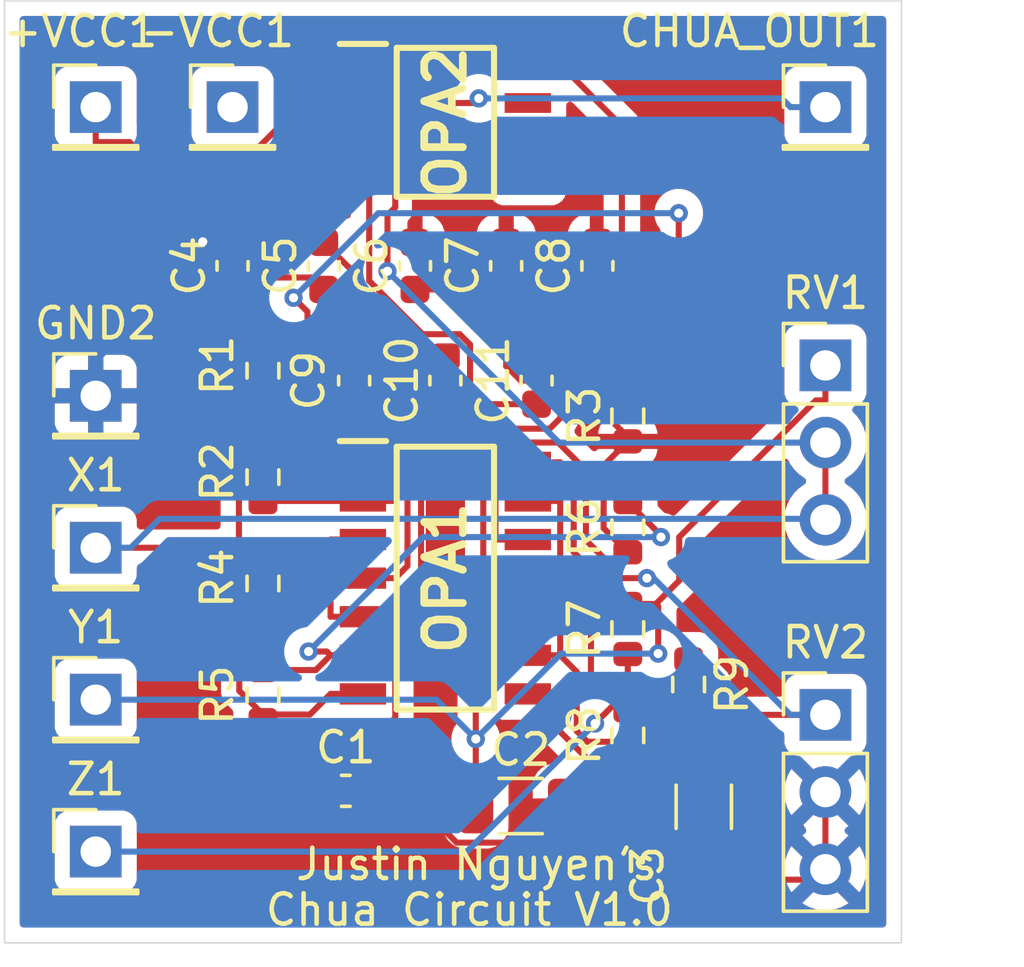
<source format=kicad_pcb>
(kicad_pcb (version 20241229) (generator "pcbnew") (generator_version "9.0")
  (layers (0 "F.Cu" signal) (2 "B.Cu" signal) (13 "F.Paste" user) (15 "B.Paste" user) (5 "F.SilkS" user "F.Silkscreen") (7 "B.SilkS" user "B.Silkscreen") (1 "F.Mask" user) (3 "B.Mask" user) (25 "Edge.Cuts" user))
  (net 0 "")
  (net 1 "Net-(OPA1A--)")
  (net 2 "GND")
  (net 3 "Net-(C3-Pad1)")
  (net 4 "VCC")
  (net 5 "Net-(OPA1-Pad7)")
  (net 6 "Net-(OPA1-Pad1)")
  (net 7 "Net-(OPA1-Pad14)")
  (net 8 "Net-(OPA1A-+)")
  (net 9 "Net-(OPA1D-+)")
  (net 10 "Net-(OPA1C--)")
  (net 11 "Net-(OPA1B--)")
  (net 12 "Net-(OPA1C-+)")
  (net 13 "Net-(-VCC1-Pin_1)")
  (net 14 "Net-(OPA2C-V-)")
  (net 15 "Net-(CHUA_OUT1-Pin_1)")
  (footprint "Capacitor_SMD:C_0603_1608Metric" (layer "F.Cu") (at 140 97.725 90)
    (property "Reference" "C7" (at 0 -1.43 90) (layer "F.SilkS"))
    (property "Value" "0.01u")
    (fp_line (start -0.14058 -0.51) (end 0.14058 -0.51) (stroke (width 0.12)) (layer "F.SilkS"))
    (fp_line (start -0.14058 0.51) (end 0.14058 0.51) (stroke (width 0.12)) (layer "F.SilkS"))
    (pad "1" smd roundrect (at -0.775 0 90) (size 0.9 0.95) (layers "F.Cu" "F.Mask" "F.Paste") (net 13 "Net-(-VCC1-Pin_1)"))
    (pad "2" smd roundrect (at 0.775 0 90) (size 0.9 0.95) (layers "F.Cu" "F.Mask" "F.Paste") (net 2 "GND"))
  )
  (footprint "Connector_PinHeader_2.54mm:PinHeader_1x01_P2.54mm_Vertical" (layer "F.Cu") (at 150.5 92.5)
    (property "Reference" "CHUA_OUT1" (at -2.5 -2.5 0) (layer "F.SilkS"))
    (property "Value" "Male_Header_1x1")
    (fp_line (start -1.38 -1.38) (end 0 -1.38) (stroke (width 0.12)) (layer "F.SilkS"))
    (fp_line (start -1.38 0) (end -1.38 -1.38) (stroke (width 0.12)) (layer "F.SilkS"))
    (fp_line (start -1.38 1.27) (end -1.38 1.38) (stroke (width 0.12)) (layer "F.SilkS"))
    (fp_line (start -1.38 1.27) (end 1.38 1.27) (stroke (width 0.12)) (layer "F.SilkS"))
    (fp_line (start -1.38 1.38) (end 1.38 1.38) (stroke (width 0.12)) (layer "F.SilkS"))
    (fp_line (start 1.38 1.27) (end 1.38 1.38) (stroke (width 0.12)) (layer "F.SilkS"))
    (pad "1" thru_hole rect (at 0 0) (size 1.7 1.7) (drill 1) (layers "*.Cu" "*.Mask") (net 15 "Net-(CHUA_OUT1-Pin_1)"))
  )
  (footprint "Resistor_SMD:R_0603_1608Metric" (layer "F.Cu") (at 132 111.85 -90)
    (property "Reference" "R5" (at 0 1.5 90) (layer "F.SilkS"))
    (property "Value" "22K")
    (fp_line (start -0.237258 0.5225) (end 0.237258 0.5225) (stroke (width 0.12)) (layer "F.SilkS"))
    (fp_line (start -0.237258 -0.5225) (end 0.237258 -0.5225) (stroke (width 0.12)) (layer "F.SilkS"))
    (pad "1" smd roundrect (at -0.825 0 270) (size 0.8 0.95) (layers "F.Cu" "F.Mask" "F.Paste") (net 11 "Net-(OPA1B--)"))
    (pad "2" smd roundrect (at 0.825 0 270) (size 0.8 0.95) (layers "F.Cu" "F.Mask" "F.Paste") (net 5 "Net-(OPA1-Pad7)"))
  )
  (footprint "Resistor_SMD:R_0603_1608Metric" (layer "F.Cu") (at 132 108.175 -90)
    (property "Reference" "R4" (at -0.175 1.5 90) (layer "F.SilkS"))
    (property "Value" "22K")
    (fp_line (start -0.237258 0.5225) (end 0.237258 0.5225) (stroke (width 0.12)) (layer "F.SilkS"))
    (fp_line (start -0.237258 -0.5225) (end 0.237258 -0.5225) (stroke (width 0.12)) (layer "F.SilkS"))
    (pad "1" smd roundrect (at -0.825 0 270) (size 0.8 0.95) (layers "F.Cu" "F.Mask" "F.Paste") (net 8 "Net-(OPA1A-+)"))
    (pad "2" smd roundrect (at 0.825 0 270) (size 0.8 0.95) (layers "F.Cu" "F.Mask" "F.Paste") (net 5 "Net-(OPA1-Pad7)"))
  )
  (footprint "SamacSys_Parts:SOIC127P600X175-8N" (layer "F.Cu") (at 138 93)
    (property "Reference" "OPA2" (at 0 0 90) (layer "F.SilkS") (effects (font (size 1.27 1.27) (thickness 0.254))))
    (property "Value" "TL082" (hide yes))
    (fp_line (start -3.475 -2.58) (end -1.95 -2.58) (stroke (width 0.2)) (layer "F.SilkS"))
    (fp_line (start -1.6 -2.45) (end 1.6 -2.45) (stroke (width 0.2)) (layer "F.SilkS"))
    (fp_line (start -1.6 2.45) (end -1.6 -2.45) (stroke (width 0.2)) (layer "F.SilkS"))
    (fp_line (start 1.6 -2.45) (end 1.6 2.45) (stroke (width 0.2)) (layer "F.SilkS"))
    (fp_line (start 1.6 2.45) (end -1.6 2.45) (stroke (width 0.2)) (layer "F.SilkS"))
    (pad "1" smd rect (at -2.712 -1.905 90) (size 0.65 1.525) (layers "F.Cu" "F.Mask" "F.Paste") (net 15 "Net-(CHUA_OUT1-Pin_1)"))
    (pad "2" smd rect (at -2.712 -0.635 90) (size 0.65 1.525) (layers "F.Cu" "F.Mask" "F.Paste") (net 15 "Net-(CHUA_OUT1-Pin_1)"))
    (pad "3" smd rect (at -2.712 0.635 90) (size 0.65 1.525) (layers "F.Cu" "F.Mask" "F.Paste") (net 8 "Net-(OPA1A-+)"))
    (pad "4" smd rect (at -2.712 1.905 90) (size 0.65 1.525) (layers "F.Cu" "F.Mask" "F.Paste") (net 14 "Net-(OPA2C-V-)"))
    (pad "5" smd rect (at 2.712 1.905 90) (size 0.65 1.525) (layers "F.Cu" "F.Mask" "F.Paste"))
    (pad "6" smd rect (at 2.712 0.635 90) (size 0.65 1.525) (layers "F.Cu" "F.Mask" "F.Paste"))
    (pad "7" smd rect (at 2.712 -0.635 90) (size 0.65 1.525) (layers "F.Cu" "F.Mask" "F.Paste"))
    (pad "8" smd rect (at 2.712 -1.905 90) (size 0.65 1.525) (layers "F.Cu" "F.Mask" "F.Paste") (net 4 "VCC"))
  )
  (footprint "Capacitor_SMD:C_0603_1608Metric" (layer "F.Cu") (at 134 97.725 90)
    (property "Reference" "C5" (at 0 -1.43 90) (layer "F.SilkS"))
    (property "Value" "0.1u")
    (fp_line (start -0.14058 -0.51) (end 0.14058 -0.51) (stroke (width 0.12)) (layer "F.SilkS"))
    (fp_line (start -0.14058 0.51) (end 0.14058 0.51) (stroke (width 0.12)) (layer "F.SilkS"))
    (pad "1" smd roundrect (at -0.775 0 90) (size 0.9 0.95) (layers "F.Cu" "F.Mask" "F.Paste") (net 4 "VCC"))
    (pad "2" smd roundrect (at 0.775 0 90) (size 0.9 0.95) (layers "F.Cu" "F.Mask" "F.Paste") (net 2 "GND"))
  )
  (footprint "Resistor_SMD:R_0603_1608Metric" (layer "F.Cu") (at 144 106.325 90)
    (property "Reference" "R6" (at 0 -1.43 90) (layer "F.SilkS"))
    (property "Value" "3.3K")
    (fp_line (start -0.237258 -0.5225) (end 0.237258 -0.5225) (stroke (width 0.12)) (layer "F.SilkS"))
    (fp_line (start -0.237258 0.5225) (end 0.237258 0.5225) (stroke (width 0.12)) (layer "F.SilkS"))
    (pad "1" smd roundrect (at -0.825 0 90) (size 0.8 0.95) (layers "F.Cu" "F.Mask" "F.Paste") (net 2 "GND"))
    (pad "2" smd roundrect (at 0.825 0 90) (size 0.8 0.95) (layers "F.Cu" "F.Mask" "F.Paste") (net 11 "Net-(OPA1B--)"))
  )
  (footprint "SamacSys_Parts:SOIC127P600X175-14N" (layer "F.Cu") (at 138 108)
    (property "Reference" "OPA1" (at 0 0 90) (layer "F.SilkS") (effects (font (size 1.27 1.27) (thickness 0.254))))
    (property "Value" "TL084" (hide yes))
    (fp_line (start -3.475 -4.51) (end -1.95 -4.51) (stroke (width 0.2)) (layer "F.SilkS"))
    (fp_line (start -1.6 -4.325) (end 1.6 -4.325) (stroke (width 0.2)) (layer "F.SilkS"))
    (fp_line (start -1.6 4.325) (end -1.6 -4.325) (stroke (width 0.2)) (layer "F.SilkS"))
    (fp_line (start 1.6 -4.325) (end 1.6 4.325) (stroke (width 0.2)) (layer "F.SilkS"))
    (fp_line (start 1.6 4.325) (end -1.6 4.325) (stroke (width 0.2)) (layer "F.SilkS"))
    (pad "1" smd rect (at -2.712 -3.81 90) (size 0.7 1.525) (layers "F.Cu" "F.Mask" "F.Paste") (net 6 "Net-(OPA1-Pad1)"))
    (pad "2" smd rect (at -2.712 -2.54 90) (size 0.7 1.525) (layers "F.Cu" "F.Mask" "F.Paste") (net 1 "Net-(OPA1A--)"))
    (pad "3" smd rect (at -2.712 -1.27 90) (size 0.7 1.525) (layers "F.Cu" "F.Mask" "F.Paste") (net 8 "Net-(OPA1A-+)"))
    (pad "4" smd rect (at -2.712 0 90) (size 0.7 1.525) (layers "F.Cu" "F.Mask" "F.Paste") (net 4 "VCC"))
    (pad "5" smd rect (at -2.712 1.27 90) (size 0.7 1.525) (layers "F.Cu" "F.Mask" "F.Paste") (net 8 "Net-(OPA1A-+)"))
    (pad "6" smd rect (at -2.712 2.54 90) (size 0.7 1.525) (layers "F.Cu" "F.Mask" "F.Paste") (net 11 "Net-(OPA1B--)"))
    (pad "7" smd rect (at -2.712 3.81 90) (size 0.7 1.525) (layers "F.Cu" "F.Mask" "F.Paste") (net 5 "Net-(OPA1-Pad7)"))
    (pad "8" smd rect (at 2.712 3.81 90) (size 0.7 1.525) (layers "F.Cu" "F.Mask" "F.Paste") (net 3 "Net-(C3-Pad1)"))
    (pad "9" smd rect (at 2.712 2.54 90) (size 0.7 1.525) (layers "F.Cu" "F.Mask" "F.Paste") (net 10 "Net-(OPA1C--)"))
    (pad "10" smd rect (at 2.712 1.27 90) (size 0.7 1.525) (layers "F.Cu" "F.Mask" "F.Paste") (net 12 "Net-(OPA1C-+)"))
    (pad "11" smd rect (at 2.712 0 90) (size 0.7 1.525) (layers "F.Cu" "F.Mask" "F.Paste") (net 13 "Net-(-VCC1-Pin_1)"))
    (pad "12" smd rect (at 2.712 -1.27 90) (size 0.7 1.525) (layers "F.Cu" "F.Mask" "F.Paste") (net 9 "Net-(OPA1D-+)"))
    (pad "13" smd rect (at 2.712 -2.54 90) (size 0.7 1.525) (layers "F.Cu" "F.Mask" "F.Paste") (net 10 "Net-(OPA1C--)"))
    (pad "14" smd rect (at 2.712 -3.81 90) (size 0.7 1.525) (layers "F.Cu" "F.Mask" "F.Paste") (net 7 "Net-(OPA1-Pad14)"))
  )
  (footprint "Capacitor_SMD:C_0603_1608Metric" (layer "F.Cu") (at 137 97.725 90)
    (property "Reference" "C6" (at 0 -1.43 90) (layer "F.SilkS"))
    (property "Value" "0.1u")
    (fp_line (start -0.14058 -0.51) (end 0.14058 -0.51) (stroke (width 0.12)) (layer "F.SilkS"))
    (fp_line (start -0.14058 0.51) (end 0.14058 0.51) (stroke (width 0.12)) (layer "F.SilkS"))
    (pad "1" smd roundrect (at -0.775 0 90) (size 0.9 0.95) (layers "F.Cu" "F.Mask" "F.Paste") (net 13 "Net-(-VCC1-Pin_1)"))
    (pad "2" smd roundrect (at 0.775 0 90) (size 0.9 0.95) (layers "F.Cu" "F.Mask" "F.Paste") (net 2 "GND"))
  )
  (footprint "Capacitor_SMD:C_1206_3216Metric" (layer "F.Cu") (at 140.475 115.5)
    (property "Reference" "C2" (at 0 -1.85 0) (layer "F.SilkS"))
    (property "Value" "100nF")
    (fp_line (start -0.711252 -0.91) (end 0.711252 -0.91) (stroke (width 0.12)) (layer "F.SilkS"))
    (fp_line (start -0.711252 0.91) (end 0.711252 0.91) (stroke (width 0.12)) (layer "F.SilkS"))
    (pad "1" smd roundrect (at -1.475 0) (size 1.15 1.8) (layers "F.Cu" "F.Mask" "F.Paste") (roundrect_rratio 0.217391) (net 12 "Net-(OPA1C-+)"))
    (pad "2" smd roundrect (at 1.475 0) (size 1.15 1.8) (layers "F.Cu" "F.Mask" "F.Paste") (roundrect_rratio 0.217391) (net 2 "GND"))
  )
  (footprint "Capacitor_SMD:C_0603_1608Metric" (layer "F.Cu") (at 141 101.5 90)
    (property "Reference" "C11" (at 0 -1.43 90) (layer "F.SilkS"))
    (property "Value" "0.01u")
    (fp_line (start -0.14058 -0.51) (end 0.14058 -0.51) (stroke (width 0.12)) (layer "F.SilkS"))
    (fp_line (start -0.14058 0.51) (end 0.14058 0.51) (stroke (width 0.12)) (layer "F.SilkS"))
    (pad "1" smd roundrect (at -0.775 0 90) (size 0.9 0.95) (layers "F.Cu" "F.Mask" "F.Paste") (net 14 "Net-(OPA2C-V-)"))
    (pad "2" smd roundrect (at 0.775 0 90) (size 0.9 0.95) (layers "F.Cu" "F.Mask" "F.Paste") (net 2 "GND"))
  )
  (footprint "Capacitor_SMD:C_0603_1608Metric" (layer "F.Cu") (at 138 101.5 90)
    (property "Reference" "C10" (at 0 -1.43 90) (layer "F.SilkS"))
    (property "Value" "0.1u")
    (fp_line (start -0.14058 -0.51) (end 0.14058 -0.51) (stroke (width 0.12)) (layer "F.SilkS"))
    (fp_line (start -0.14058 0.51) (end 0.14058 0.51) (stroke (width 0.12)) (layer "F.SilkS"))
    (pad "1" smd roundrect (at -0.775 0 90) (size 0.9 0.95) (layers "F.Cu" "F.Mask" "F.Paste") (net 14 "Net-(OPA2C-V-)"))
    (pad "2" smd roundrect (at 0.775 0 90) (size 0.9 0.95) (layers "F.Cu" "F.Mask" "F.Paste") (net 2 "GND"))
  )
  (footprint "Capacitor_SMD:C_0603_1608Metric" (layer "F.Cu") (at 135 101.5 90)
    (property "Reference" "C9" (at 0 -1.5 90) (layer "F.SilkS"))
    (property "Value" "0.01u")
    (fp_line (start -0.14058 -0.51) (end 0.14058 -0.51) (stroke (width 0.12)) (layer "F.SilkS"))
    (fp_line (start -0.14058 0.51) (end 0.14058 0.51) (stroke (width 0.12)) (layer "F.SilkS"))
    (pad "1" smd roundrect (at -0.775 0 90) (size 0.9 0.95) (layers "F.Cu" "F.Mask" "F.Paste") (net 4 "VCC"))
    (pad "2" smd roundrect (at 0.775 0 90) (size 0.9 0.95) (layers "F.Cu" "F.Mask" "F.Paste") (net 2 "GND"))
  )
  (footprint "Connector_PinHeader_2.54mm:PinHeader_1x01_P2.54mm_Vertical" (layer "F.Cu") (at 131 92.5)
    (property "Reference" "-VCC1" (at -0.5 -2.5 0) (layer "F.SilkS"))
    (property "Value" "J1")
    (fp_line (start -1.38 -1.38) (end 0 -1.38) (stroke (width 0.12)) (layer "F.SilkS"))
    (fp_line (start -1.38 0) (end -1.38 -1.38) (stroke (width 0.12)) (layer "F.SilkS"))
    (fp_line (start -1.38 1.27) (end -1.38 1.38) (stroke (width 0.12)) (layer "F.SilkS"))
    (fp_line (start -1.38 1.27) (end 1.38 1.27) (stroke (width 0.12)) (layer "F.SilkS"))
    (fp_line (start -1.38 1.38) (end 1.38 1.38) (stroke (width 0.12)) (layer "F.SilkS"))
    (fp_line (start 1.38 1.27) (end 1.38 1.38) (stroke (width 0.12)) (layer "F.SilkS"))
    (pad "1" thru_hole rect (at 0 0) (size 1.7 1.7) (drill 1) (layers "*.Cu" "*.Mask") (net 13 "Net-(-VCC1-Pin_1)"))
  )
  (footprint "Resistor_SMD:R_0603_1608Metric" (layer "F.Cu") (at 146 111.5 -90)
    (property "Reference" "R9" (at 0 -1.43 90) (layer "F.SilkS"))
    (property "Value" "1K")
    (fp_line (start -0.237258 0.5225) (end 0.237258 0.5225) (stroke (width 0.12)) (layer "F.SilkS"))
    (fp_line (start -0.237258 -0.5225) (end 0.237258 -0.5225) (stroke (width 0.12)) (layer "F.SilkS"))
    (pad "1" smd roundrect (at -0.825 0 270) (size 0.8 0.95) (layers "F.Cu" "F.Mask" "F.Paste") (net 3 "Net-(C3-Pad1)"))
    (pad "2" smd roundrect (at 0.825 0 270) (size 0.8 0.95) (layers "F.Cu" "F.Mask" "F.Paste") (net 10 "Net-(OPA1C--)"))
  )
  (footprint "Capacitor_SMD:C_0603_1608Metric" (layer "F.Cu") (at 131 97.725 90)
    (property "Reference" "C4" (at 0 -1.43 90) (layer "F.SilkS"))
    (property "Value" ".01u")
    (fp_line (start -0.14058 -0.51) (end 0.14058 -0.51) (stroke (width 0.12)) (layer "F.SilkS"))
    (fp_line (start -0.14058 0.51) (end 0.14058 0.51) (stroke (width 0.12)) (layer "F.SilkS"))
    (pad "1" smd roundrect (at -0.775 0 90) (size 0.9 0.95) (layers "F.Cu" "F.Mask" "F.Paste") (net 4 "VCC"))
    (pad "2" smd roundrect (at 0.775 0 90) (size 0.9 0.95) (layers "F.Cu" "F.Mask" "F.Paste") (net 2 "GND"))
  )
  (footprint "Connector_PinHeader_2.54mm:PinHeader_1x03_P2.54mm_Vertical" (layer "F.Cu") (at 150.5 101)
    (property "Reference" "RV1" (at 0 -2.38 0) (layer "F.SilkS"))
    (property "Value" "5K")
    (fp_line (start -1.38 -1.38) (end 0 -1.38) (stroke (width 0.12)) (layer "F.SilkS"))
    (fp_line (start -1.38 0) (end -1.38 -1.38) (stroke (width 0.12)) (layer "F.SilkS"))
    (fp_line (start -1.38 1.27) (end -1.38 6.46) (stroke (width 0.12)) (layer "F.SilkS"))
    (fp_line (start -1.38 1.27) (end 1.38 1.27) (stroke (width 0.12)) (layer "F.SilkS"))
    (fp_line (start -1.38 6.46) (end 1.38 6.46) (stroke (width 0.12)) (layer "F.SilkS"))
    (fp_line (start 1.38 1.27) (end 1.38 6.46) (stroke (width 0.12)) (layer "F.SilkS"))
    (pad "1" thru_hole rect (at 0 0) (size 1.7 1.7) (drill 1) (layers "*.Cu" "*.Mask") (net 12 "Net-(OPA1C-+)"))
    (pad "2" thru_hole circle (at 0 2.54) (size 1.7 1.7) (drill 1) (layers "*.Cu" "*.Mask") (net 8 "Net-(OPA1A-+)"))
    (pad "3" thru_hole circle (at 0 5.08) (size 1.7 1.7) (drill 1) (layers "*.Cu" "*.Mask") (net 8 "Net-(OPA1A-+)"))
  )
  (footprint "Capacitor_SMD:C_0603_1608Metric" (layer "F.Cu") (at 143 97.725 90)
    (property "Reference" "C8" (at 0 -1.43 90) (layer "F.SilkS"))
    (property "Value" "0.1u")
    (fp_line (start -0.14058 -0.51) (end 0.14058 -0.51) (stroke (width 0.12)) (layer "F.SilkS"))
    (fp_line (start -0.14058 0.51) (end 0.14058 0.51) (stroke (width 0.12)) (layer "F.SilkS"))
    (pad "1" smd roundrect (at -0.775 0 90) (size 0.9 0.95) (layers "F.Cu" "F.Mask" "F.Paste") (net 4 "VCC"))
    (pad "2" smd roundrect (at 0.775 0 90) (size 0.9 0.95) (layers "F.Cu" "F.Mask" "F.Paste") (net 2 "GND"))
  )
  (footprint "Connector_PinHeader_2.54mm:PinHeader_1x01_P2.54mm_Vertical" (layer "F.Cu") (at 126.5 112)
    (property "Reference" "Y1" (at 0 -2.38 0) (layer "F.SilkS"))
    (property "Value" "TP2")
    (fp_line (start -1.38 -1.38) (end 0 -1.38) (stroke (width 0.12)) (layer "F.SilkS"))
    (fp_line (start -1.38 0) (end -1.38 -1.38) (stroke (width 0.12)) (layer "F.SilkS"))
    (fp_line (start -1.38 1.27) (end -1.38 1.38) (stroke (width 0.12)) (layer "F.SilkS"))
    (fp_line (start -1.38 1.27) (end 1.38 1.27) (stroke (width 0.12)) (layer "F.SilkS"))
    (fp_line (start -1.38 1.38) (end 1.38 1.38) (stroke (width 0.12)) (layer "F.SilkS"))
    (fp_line (start 1.38 1.27) (end 1.38 1.38) (stroke (width 0.12)) (layer "F.SilkS"))
    (pad "1" thru_hole rect (at 0 0) (size 1.7 1.7) (drill 1) (layers "*.Cu" "*.Mask") (net 12 "Net-(OPA1C-+)"))
  )
  (footprint "Connector_PinHeader_2.54mm:PinHeader_1x01_P2.54mm_Vertical" (layer "F.Cu") (at 126.5 102)
    (property "Reference" "GND2" (at 0 -2.38 0) (layer "F.SilkS"))
    (property "Value" "TP4")
    (fp_line (start -1.38 -1.38) (end 0 -1.38) (stroke (width 0.12)) (layer "F.SilkS"))
    (fp_line (start -1.38 0) (end -1.38 -1.38) (stroke (width 0.12)) (layer "F.SilkS"))
    (fp_line (start -1.38 1.27) (end -1.38 1.38) (stroke (width 0.12)) (layer "F.SilkS"))
    (fp_line (start -1.38 1.27) (end 1.38 1.27) (stroke (width 0.12)) (layer "F.SilkS"))
    (fp_line (start -1.38 1.38) (end 1.38 1.38) (stroke (width 0.12)) (layer "F.SilkS"))
    (fp_line (start 1.38 1.27) (end 1.38 1.38) (stroke (width 0.12)) (layer "F.SilkS"))
    (pad "1" thru_hole rect (at 0 0) (size 1.7 1.7) (drill 1) (layers "*.Cu" "*.Mask") (net 2 "GND"))
  )
  (footprint "Capacitor_SMD:C_0603_1608Metric" (layer "F.Cu") (at 134.725 115)
    (property "Reference" "C1" (at 0 -1.43 0) (layer "F.SilkS"))
    (property "Value" "10nF")
    (fp_line (start -0.14058 -0.51) (end 0.14058 -0.51) (stroke (width 0.12)) (layer "F.SilkS"))
    (fp_line (start -0.14058 0.51) (end 0.14058 0.51) (stroke (width 0.12)) (layer "F.SilkS"))
    (pad "1" smd roundrect (at -0.775 0) (size 0.9 0.95) (layers "F.Cu" "F.Mask" "F.Paste") (net 8 "Net-(OPA1A-+)"))
    (pad "2" smd roundrect (at 0.775 0) (size 0.9 0.95) (layers "F.Cu" "F.Mask" "F.Paste") (net 2 "GND"))
  )
  (footprint "Resistor_SMD:R_0603_1608Metric" (layer "F.Cu") (at 144 109.675 90)
    (property "Reference" "R7" (at 0 -1.43 90) (layer "F.SilkS"))
    (property "Value" "100")
    (fp_line (start -0.237258 -0.5225) (end 0.237258 -0.5225) (stroke (width 0.12)) (layer "F.SilkS"))
    (fp_line (start -0.237258 0.5225) (end 0.237258 0.5225) (stroke (width 0.12)) (layer "F.SilkS"))
    (pad "1" smd roundrect (at -0.825 0 90) (size 0.8 0.95) (layers "F.Cu" "F.Mask" "F.Paste") (net 7 "Net-(OPA1-Pad14)"))
    (pad "2" smd roundrect (at 0.825 0 90) (size 0.8 0.95) (layers "F.Cu" "F.Mask" "F.Paste") (net 12 "Net-(OPA1C-+)"))
  )
  (footprint "Resistor_SMD:R_0603_1608Metric" (layer "F.Cu") (at 144 113.175 90)
    (property "Reference" "R8" (at 0 -1.43 90) (layer "F.SilkS"))
    (property "Value" "1K")
    (fp_line (start -0.237258 -0.5225) (end 0.237258 -0.5225) (stroke (width 0.12)) (layer "F.SilkS"))
    (fp_line (start -0.237258 0.5225) (end 0.237258 0.5225) (stroke (width 0.12)) (layer "F.SilkS"))
    (pad "1" smd roundrect (at -0.825 0 90) (size 0.8 0.95) (layers "F.Cu" "F.Mask" "F.Paste") (net 10 "Net-(OPA1C--)"))
    (pad "2" smd roundrect (at 0.825 0 90) (size 0.8 0.95) (layers "F.Cu" "F.Mask" "F.Paste") (net 7 "Net-(OPA1-Pad14)"))
  )
  (footprint "Connector_PinHeader_2.54mm:PinHeader_1x03_P2.54mm_Vertical" (layer "F.Cu") (at 150.5 112.5)
    (property "Reference" "RV2" (at 0 -2.38 0) (layer "F.SilkS"))
    (property "Value" "5k")
    (fp_line (start -1.38 -1.38) (end 0 -1.38) (stroke (width 0.12)) (layer "F.SilkS"))
    (fp_line (start -1.38 0) (end -1.38 -1.38) (stroke (width 0.12)) (layer "F.SilkS"))
    (fp_line (start -1.38 1.27) (end -1.38 6.46) (stroke (width 0.12)) (layer "F.SilkS"))
    (fp_line (start -1.38 1.27) (end 1.38 1.27) (stroke (width 0.12)) (layer "F.SilkS"))
    (fp_line (start -1.38 6.46) (end 1.38 6.46) (stroke (width 0.12)) (layer "F.SilkS"))
    (fp_line (start 1.38 1.27) (end 1.38 6.46) (stroke (width 0.12)) (layer "F.SilkS"))
    (pad "1" thru_hole rect (at 0 0) (size 1.7 1.7) (drill 1) (layers "*.Cu" "*.Mask") (net 9 "Net-(OPA1D-+)"))
    (pad "2" thru_hole circle (at 0 2.54) (size 1.7 1.7) (drill 1) (layers "*.Cu" "*.Mask") (net 2 "GND"))
    (pad "3" thru_hole circle (at 0 5.08) (size 1.7 1.7) (drill 1) (layers "*.Cu" "*.Mask") (net 2 "GND"))
  )
  (footprint "Connector_PinHeader_2.54mm:PinHeader_1x01_P2.54mm_Vertical" (layer "F.Cu") (at 126.5 92.5)
    (property "Reference" "+VCC1" (at -0.5 -2.5 0) (layer "F.SilkS"))
    (property "Value" "J1")
    (fp_line (start -1.38 -1.38) (end 0 -1.38) (stroke (width 0.12)) (layer "F.SilkS"))
    (fp_line (start -1.38 0) (end -1.38 -1.38) (stroke (width 0.12)) (layer "F.SilkS"))
    (fp_line (start -1.38 1.27) (end -1.38 1.38) (stroke (width 0.12)) (layer "F.SilkS"))
    (fp_line (start -1.38 1.27) (end 1.38 1.27) (stroke (width 0.12)) (layer "F.SilkS"))
    (fp_line (start -1.38 1.38) (end 1.38 1.38) (stroke (width 0.12)) (layer "F.SilkS"))
    (fp_line (start 1.38 1.27) (end 1.38 1.38) (stroke (width 0.12)) (layer "F.SilkS"))
    (pad "1" thru_hole rect (at 0 0) (size 1.7 1.7) (drill 1) (layers "*.Cu" "*.Mask") (net 4 "VCC"))
  )
  (footprint "Resistor_SMD:R_0603_1608Metric" (layer "F.Cu") (at 132 104.675 -90)
    (property "Reference" "R2" (at -0.175 1.5 90) (layer "F.SilkS"))
    (property "Value" "220")
    (fp_line (start -0.237258 0.5225) (end 0.237258 0.5225) (stroke (width 0.12)) (layer "F.SilkS"))
    (fp_line (start -0.237258 -0.5225) (end 0.237258 -0.5225) (stroke (width 0.12)) (layer "F.SilkS"))
    (pad "1" smd roundrect (at -0.825 0 270) (size 0.8 0.95) (layers "F.Cu" "F.Mask" "F.Paste") (net 6 "Net-(OPA1-Pad1)"))
    (pad "2" smd roundrect (at 0.825 0 270) (size 0.8 0.95) (layers "F.Cu" "F.Mask" "F.Paste") (net 1 "Net-(OPA1A--)"))
  )
  (footprint "Capacitor_SMD:C_1206_3216Metric" (layer "F.Cu") (at 146.5 115.525 90)
    (property "Reference" "C3" (at -2.275 -1.85 90) (layer "F.SilkS"))
    (property "Value" "100nF")
    (fp_line (start -0.711252 -0.91) (end 0.711252 -0.91) (stroke (width 0.12)) (layer "F.SilkS"))
    (fp_line (start -0.711252 0.91) (end 0.711252 0.91) (stroke (width 0.12)) (layer "F.SilkS"))
    (pad "1" smd roundrect (at -1.475 0 90) (size 1.15 1.8) (layers "F.Cu" "F.Mask" "F.Paste") (roundrect_rratio 0.217391) (net 3 "Net-(C3-Pad1)"))
    (pad "2" smd roundrect (at 1.475 0 90) (size 1.15 1.8) (layers "F.Cu" "F.Mask" "F.Paste") (roundrect_rratio 0.217391) (net 9 "Net-(OPA1D-+)"))
  )
  (footprint "Resistor_SMD:R_0603_1608Metric" (layer "F.Cu") (at 144 102.675 90)
    (property "Reference" "R3" (at 0 -1.43 90) (layer "F.SilkS"))
    (property "Value" "2.2K")
    (fp_line (start -0.237258 -0.5225) (end 0.237258 -0.5225) (stroke (width 0.12)) (layer "F.SilkS"))
    (fp_line (start -0.237258 0.5225) (end 0.237258 0.5225) (stroke (width 0.12)) (layer "F.SilkS"))
    (pad "1" smd roundrect (at -0.825 0 90) (size 0.8 0.95) (layers "F.Cu" "F.Mask" "F.Paste") (net 2 "GND"))
    (pad "2" smd roundrect (at 0.825 0 90) (size 0.8 0.95) (layers "F.Cu" "F.Mask" "F.Paste") (net 1 "Net-(OPA1A--)"))
  )
  (footprint "Connector_PinHeader_2.54mm:PinHeader_1x01_P2.54mm_Vertical" (layer "F.Cu") (at 126.5 117)
    (property "Reference" "Z1" (at 0 -2.38 0) (layer "F.SilkS"))
    (property "Value" "TP1")
    (fp_line (start -1.38 -1.38) (end 0 -1.38) (stroke (width 0.12)) (layer "F.SilkS"))
    (fp_line (start -1.38 0) (end -1.38 -1.38) (stroke (width 0.12)) (layer "F.SilkS"))
    (fp_line (start -1.38 1.27) (end -1.38 1.38) (stroke (width 0.12)) (layer "F.SilkS"))
    (fp_line (start -1.38 1.27) (end 1.38 1.27) (stroke (width 0.12)) (layer "F.SilkS"))
    (fp_line (start -1.38 1.38) (end 1.38 1.38) (stroke (width 0.12)) (layer "F.SilkS"))
    (fp_line (start 1.38 1.27) (end 1.38 1.38) (stroke (width 0.12)) (layer "F.SilkS"))
    (pad "1" thru_hole rect (at 0 0) (size 1.7 1.7) (drill 1) (layers "*.Cu" "*.Mask") (net 7 "Net-(OPA1-Pad14)"))
  )
  (footprint "Resistor_SMD:R_0603_1608Metric" (layer "F.Cu") (at 132 101.175 -90)
    (property "Reference" "R1" (at -0.175 1.5 90) (layer "F.SilkS"))
    (property "Value" "220")
    (fp_line (start -0.237258 0.5225) (end 0.237258 0.5225) (stroke (width 0.12)) (layer "F.SilkS"))
    (fp_line (start -0.237258 -0.5225) (end 0.237258 -0.5225) (stroke (width 0.12)) (layer "F.SilkS"))
    (pad "1" smd roundrect (at -0.825 0 270) (size 0.8 0.95) (layers "F.Cu" "F.Mask" "F.Paste") (net 6 "Net-(OPA1-Pad1)"))
    (pad "2" smd roundrect (at 0.825 0 270) (size 0.8 0.95) (layers "F.Cu" "F.Mask" "F.Paste") (net 8 "Net-(OPA1A-+)"))
  )
  (footprint "Connector_PinHeader_2.54mm:PinHeader_1x01_P2.54mm_Vertical" (layer "F.Cu") (at 126.5 107)
    (property "Reference" "X1" (at 0 -2.38 0) (layer "F.SilkS"))
    (property "Value" "TP3")
    (fp_line (start -1.38 -1.38) (end 0 -1.38) (stroke (width 0.12)) (layer "F.SilkS"))
    (fp_line (start -1.38 0) (end -1.38 -1.38) (stroke (width 0.12)) (layer "F.SilkS"))
    (fp_line (start -1.38 1.27) (end -1.38 1.38) (stroke (width 0.12)) (layer "F.SilkS"))
    (fp_line (start -1.38 1.27) (end 1.38 1.27) (stroke (width 0.12)) (layer "F.SilkS"))
    (fp_line (start -1.38 1.38) (end 1.38 1.38) (stroke (width 0.12)) (layer "F.SilkS"))
    (fp_line (start 1.38 1.27) (end 1.38 1.38) (stroke (width 0.12)) (layer "F.SilkS"))
    (pad "1" thru_hole rect (at 0 0) (size 1.7 1.7) (drill 1) (layers "*.Cu" "*.Mask") (net 8 "Net-(OPA1A-+)"))
  )
  (gr_line (start 153 120) (end 153 89) (stroke (width 0.05)) (layer "Edge.Cuts"))
  (gr_line (start 153 89) (end 123.5 89) (stroke (width 0.05)) (layer "Edge.Cuts"))
  (gr_line (start 153 120) (end 123.5 120) (stroke (width 0.05)) (layer "Edge.Cuts"))
  (gr_line (start 123.5 120) (end 123.5 89) (stroke (width 0.05)) (layer "Edge.Cuts"))
  (gr_text "Chua Circuit V1.0" (at 132 119.5 0) (layer "F.SilkS") (effects (font (size 1 1)) (justify left bottom)))
  (gr_text "Justin Nguyen's" (at 133 118 0) (layer "F.SilkS") (effects (font (size 1 1)) (justify left bottom)))
  (segment (start 132 105.5) (end 132.04 105.46) (width 0.2) (layer "F.Cu") (net 1))
  (segment (start 136.3522 103.7039) (end 135.9162 103.2679) (width 0.2) (layer "F.Cu") (net 1))
  (segment (start 133.4646 99.2326) (end 133.0066 98.7746) (width 0.2) (layer "F.Cu") (net 1))
  (segment (start 144 101.85) (end 145.675 100.175) (width 0.2) (layer "F.Cu") (net 1))
  (segment (start 132.04 105.46) (end 135.288 105.46) (width 0.2) (layer "F.Cu") (net 1))
  (segment (start 135.9162 103.2679) (end 134.7654 103.2679) (width 0.2) (layer "F.Cu") (net 1))
  (segment (start 134.7654 103.2679) (end 133.4646 101.9671) (width 0.2) (layer "F.Cu") (net 1))
  (segment (start 135.288 105.46) (end 136.3522 105.46) (width 0.2) (layer "F.Cu") (net 1))
  (segment (start 133.4646 101.9671) (end 133.4646 99.2326) (width 0.2) (layer "F.Cu") (net 1))
  (segment (start 145.675 100.175) (end 145.675 95.9906) (width 0.2) (layer "F.Cu") (net 1))
  (segment (start 136.3522 105.46) (end 136.3522 103.7039) (width 0.2) (layer "F.Cu") (net 1))
  (via (at 133.0066 98.7746) (size 0.6) (drill 0.3) (layers "F.Cu" "B.Cu") (net 1))
  (via (at 145.675 95.9906) (size 0.6) (drill 0.3) (layers "F.Cu" "B.Cu") (net 1))
  (segment (start 145.675 95.9906) (end 135.7906 95.9906) (width 0.2) (layer "B.Cu") (net 1))
  (segment (start 135.7906 95.9906) (end 133.0066 98.7746) (width 0.2) (layer "B.Cu") (net 1))
  (segment (start 134.1057 97.0556) (end 131.1056 97.0556) (width 0.2) (layer "F.Cu") (net 2))
  (segment (start 134.1236 97.0736) (end 134 96.95) (width 0.2) (layer "F.Cu") (net 2))
  (segment (start 134 93.3928) (end 134 96.95) (width 0.2) (layer "F.Cu") (net 2))
  (segment (start 150.5 115.04) (end 150.5 117.58) (width 0.2) (layer "F.Cu") (net 2))
  (segment (start 150.5 117.58) (end 150.1562 117.9238) (width 0.2) (layer "F.Cu") (net 2))
  (segment (start 142 101.3561) (end 142 97.95) (width 0.2) (layer "F.Cu") (net 2))
  (segment (start 144 103.5) (end 144 103.3561) (width 0.2) (layer "F.Cu") (net 2))
  (segment (start 131.1056 97.0556) (end 131 96.95) (width 0.2) (layer "F.Cu") (net 2))
  (segment (start 137.2011 115.5328) (end 138.3728 116.7045) (width 0.2) (layer "F.Cu") (net 2))
  (segment (start 142 97.95) (end 141 97.95) (width 0.2) (layer "F.Cu") (net 2))
  (segment (start 137.2011 101.5239) (end 138 100.725) (width 0.2) (layer "F.Cu") (net 2))
  (segment (start 134.1057 97.0557) (end 134.1057 97.0556) (width 0.2) (layer "F.Cu") (net 2))
  (segment (start 143 96.95) (end 142 97.95) (width 0.2) (layer "F.Cu") (net 2))
  (segment (start 138.3728 116.7045) (end 140.7455 116.7045) (width 0.2) (layer "F.Cu") (net 2))
  (segment (start 143.2061 104.2939) (end 143.2061 106.3561) (width 0.2) (layer "F.Cu") (net 2))
  (segment (start 143.2061 106.3561) (end 144 107.15) (width 0.2) (layer "F.Cu") (net 2))
  (segment (start 134.1236 97.0736) (end 134.1057 97.0557) (width 0.2) (layer "F.Cu") (net 2))
  (segment (start 135.5 115) (end 137.2011 115) (width 0.2) (layer "F.Cu") (net 2))
  (segment (start 137 93.6952) (end 136.313 93.0082) (width 0.2) (layer "F.Cu") (net 2))
  (segment (start 144 103.5) (end 143.2061 104.2939) (width 0.2) (layer "F.Cu") (net 2))
  (segment (start 144 103.3561) (end 142 101.3561) (width 0.2) (layer "F.Cu") (net 2))
  (segment (start 134.3846 93.0082) (end 134 93.3928) (width 0.2) (layer "F.Cu") (net 2))
  (segment (start 141 97.95) (end 140 96.95) (width 0.2) (layer "F.Cu") (net 2))
  (segment (start 135 97.95) (end 135 100.725) (width 0.2) (layer "F.Cu") (net 2))
  (segment (start 130.0208 96.9314) (end 130.9814 96.9314) (width 0.2) (layer "F.Cu") (net 2))
  (segment (start 137 96.95) (end 140 96.95) (width 0.2) (layer "F.Cu") (net 2))
  (segment (start 144.3738 117.9238) (end 141.95 115.5) (width 0.2) (layer "F.Cu") (net 2))
  (segment (start 130.9814 96.9314) (end 131 96.95) (width 0.2) (layer "F.Cu") (net 2))
  (segment (start 141 100.725) (end 141 97.95) (width 0.2) (layer "F.Cu") (net 2))
  (segment (start 135 100.725) (end 138 100.725) (width 0.2) (layer "F.Cu") (net 2))
  (segment (start 136.313 93.0082) (end 134.3846 93.0082) (width 0.2) (layer "F.Cu") (net 2))
  (segment (start 137 96.95) (end 137 93.6952) (width 0.2) (layer "F.Cu") (net 2))
  (segment (start 140.7455 116.7045) (end 141.95 115.5) (width 0.2) (layer "F.Cu") (net 2))
  (segment (start 150.1562 117.9238) (end 144.3738 117.9238) (width 0.2) (layer "F.Cu") (net 2))
  (segment (start 137.2011 115) (end 137.2011 101.5239) (width 0.2) (layer "F.Cu") (net 2))
  (segment (start 134.1236 97.0736) (end 135 97.95) (width 0.2) (layer "F.Cu") (net 2))
  (segment (start 137.2011 115) (end 137.2011 115.5328) (width 0.2) (layer "F.Cu") (net 2))
  (via (at 130.0208 96.9314) (size 0.6) (drill 0.3) (layers "F.Cu" "B.Cu") (net 2))
  (segment (start 126.5 100.8483) (end 130.0208 97.3275) (width 0.2) (layer "B.Cu") (net 2))
  (segment (start 126.5 102) (end 126.5 100.8483) (width 0.2) (layer "B.Cu") (net 2))
  (segment (start 130.0208 97.3275) (end 130.0208 96.9314) (width 0.2) (layer "B.Cu") (net 2))
  (segment (start 146.4128 113.0999) (end 146.7924 112.7203) (width 0.2) (layer "F.Cu") (net 3))
  (segment (start 141.7762 111.81) (end 141.7762 113.0558) (width 0.2) (layer "F.Cu") (net 3))
  (segment (start 141.7762 113.0558) (end 143.4261 114.7057) (width 0.2) (layer "F.Cu") (net 3))
  (segment (start 143.4261 114.7057) (end 145.0151 114.7057) (width 0.2) (layer "F.Cu") (net 3))
  (segment (start 145.6849 113.0999) (end 146.4128 113.0999) (width 0.2) (layer "F.Cu") (net 3))
  (segment (start 145.0151 114.7057) (end 145.0151 115.5151) (width 0.2) (layer "F.Cu") (net 3))
  (segment (start 146.7924 112.7203) (end 146.7924 111.4674) (width 0.2) (layer "F.Cu") (net 3))
  (segment (start 145.0151 113.7697) (end 145.6849 113.0999) (width 0.2) (layer "F.Cu") (net 3))
  (segment (start 145.0151 114.7057) (end 145.0151 113.7697) (width 0.2) (layer "F.Cu") (net 3))
  (segment (start 146.7924 111.4674) (end 146 110.675) (width 0.2) (layer "F.Cu") (net 3))
  (segment (start 140.712 111.81) (end 141.7762 111.81) (width 0.2) (layer "F.Cu") (net 3))
  (segment (start 145.0151 115.5151) (end 146.5 117) (width 0.2) (layer "F.Cu") (net 3))
  (segment (start 126.5 93.6517) (end 127.6157 93.6517) (width 0.2) (layer "F.Cu") (net 4))
  (segment (start 134 98.5) (end 133.6075 98.1075) (width 0.2) (layer "F.Cu") (net 4))
  (segment (start 143.8062 97.6938) (end 143.8062 93.125) (width 0.2) (layer "F.Cu") (net 4))
  (segment (start 135.497 102.275) (end 135 102.275) (width 0.2) (layer "F.Cu") (net 4))
  (segment (start 141.2441 91.095) (end 141.7762 91.095) (width 0.2) (layer "F.Cu") (net 4))
  (segment (start 134.2746 90.4682) (end 132.4533 92.2895) (width 0.2) (layer "F.Cu") (net 4))
  (segment (start 129.3801 95.4161) (end 129.3801 97.1415) (width 0.2) (layer "F.Cu") (net 4))
  (segment (start 136.7539 107.5983) (end 136.7539 103.5319) (width 0.2) (layer "F.Cu") (net 4))
  (segment (start 136.3522 108) (end 136.7539 107.5983) (width 0.2) (layer "F.Cu") (net 4))
  (segment (start 143.8062 93.125) (end 141.7762 91.095) (width 0.2) (layer "F.Cu") (net 4))
  (segment (start 135.288 108) (end 136.3522 108) (width 0.2) (layer "F.Cu") (net 4))
  (segment (start 136.7539 103.5319) (end 135.497 102.275) (width 0.2) (layer "F.Cu") (net 4))
  (segment (start 134 98.5) (end 134 101.275) (width 0.2) (layer "F.Cu") (net 4))
  (segment (start 130.2622 95.4161) (end 129.3801 95.4161) (width 0.2) (layer "F.Cu") (net 4))
  (segment (start 127.6157 93.6517) (end 129.3801 95.4161) (width 0.2) (layer "F.Cu") (net 4))
  (segment (start 130.7386 98.5) (end 131 98.5) (width 0.2) (layer "F.Cu") (net 4))
  (segment (start 134 101.275) (end 135 102.275) (width 0.2) (layer "F.Cu") (net 4))
  (segment (start 129.3801 97.1415) (end 130.7386 98.5) (width 0.2) (layer "F.Cu") (net 4))
  (segment (start 141.2441 91.095) (end 140.712 91.095) (width 0.2) (layer "F.Cu") (net 4))
  (segment (start 139.6478 91.095) (end 139.021 90.4682) (width 0.2) (layer "F.Cu") (net 4))
  (segment (start 139.021 90.4682) (end 134.2746 90.4682) (width 0.2) (layer "F.Cu") (net 4))
  (segment (start 143 98.5) (end 143.8062 97.6938) (width 0.2) (layer "F.Cu") (net 4))
  (segment (start 131.3925 98.1075) (end 131 98.5) (width 0.2) (layer "F.Cu") (net 4))
  (segment (start 133.6075 98.1075) (end 131.3925 98.1075) (width 0.2) (layer "F.Cu") (net 4))
  (segment (start 132.4533 93.225) (end 130.2622 95.4161) (width 0.2) (layer "F.Cu") (net 4))
  (segment (start 132.4533 92.2895) (end 132.4533 93.225) (width 0.2) (layer "F.Cu") (net 4))
  (segment (start 126.5 92.5) (end 126.5 93.6517) (width 0.2) (layer "F.Cu") (net 4))
  (segment (start 140.712 91.095) (end 139.6478 91.095) (width 0.2) (layer "F.Cu") (net 4))
  (segment (start 131.2215 109.7785) (end 131.2215 111.7091) (width 0.2) (layer "F.Cu") (net 5))
  (segment (start 133.5462 112.4876) (end 134.2238 111.81) (width 0.2) (layer "F.Cu") (net 5))
  (segment (start 135.288 111.81) (end 134.2238 111.81) (width 0.2) (layer "F.Cu") (net 5))
  (segment (start 131.2215 111.7091) (end 132 112.4876) (width 0.2) (layer "F.Cu") (net 5))
  (segment (start 132 112.4876) (end 132 112.675) (width 0.2) (layer "F.Cu") (net 5))
  (segment (start 132 112.4876) (end 133.5462 112.4876) (width 0.2) (layer "F.Cu") (net 5))
  (segment (start 132 109) (end 131.2215 109.7785) (width 0.2) (layer "F.Cu") (net 5))
  (segment (start 132.7899 101.1399) (end 132.7899 103.455) (width 0.2) (layer "F.Cu") (net 6))
  (segment (start 132 103.85) (end 132.395 103.455) (width 0.2) (layer "F.Cu") (net 6))
  (segment (start 132.7899 103.455) (end 133.4888 103.455) (width 0.2) (layer "F.Cu") (net 6))
  (segment (start 135.288 104.19) (end 134.2238 104.19) (width 0.2) (layer "F.Cu") (net 6))
  (segment (start 132.395 103.455) (end 132.7899 103.455) (width 0.2) (layer "F.Cu") (net 6))
  (segment (start 132 100.35) (end 132.7899 101.1399) (width 0.2) (layer "F.Cu") (net 6))
  (segment (start 133.4888 103.455) (end 134.2238 104.19) (width 0.2) (layer "F.Cu") (net 6))
  (segment (start 142.9229 112.7837) (end 143.6783 112.0283) (width 0.2) (layer "F.Cu") (net 7))
  (segment (start 142.6231 107.547) (end 142.7879 107.7118) (width 0.2) (layer "F.Cu") (net 7))
  (segment (start 142.2214 107.1453) (end 142.6231 107.547) (width 0.2) (layer "F.Cu") (net 7))
  (segment (start 141.7762 104.19) (end 142.2214 104.6352) (width 0.2) (layer "F.Cu") (net 7))
  (segment (start 142.2214 104.6352) (end 142.2214 107.1453) (width 0.2) (layer "F.Cu") (net 7))
  (segment (start 140.712 104.19) (end 141.7762 104.19) (width 0.2) (layer "F.Cu") (net 7))
  (segment (start 144 112.35) (end 144 110.5) (width 0.2) (layer "F.Cu") (net 7))
  (segment (start 142.7879 111.1379) (end 142.7879 107.7118) (width 0.2) (layer "F.Cu") (net 7))
  (segment (start 142.6231 107.547) (end 142.7879 107.7118) (width 0.2) (layer "F.Cu") (net 7))
  (segment (start 143.6783 112.0283) (end 142.7879 111.1379) (width 0.2) (layer "F.Cu") (net 7))
  (segment (start 144 112.35) (end 143.6783 112.0283) (width 0.2) (layer "F.Cu") (net 7))
  (via (at 142.9229 112.7837) (size 0.6) (drill 0.3) (layers "F.Cu" "B.Cu") (net 7))
  (segment (start 138.7066 117) (end 142.9229 112.7837) (width 0.2) (layer "B.Cu") (net 7))
  (segment (start 126.5 117) (end 138.7066 117) (width 0.2) (layer "B.Cu") (net 7))
  (segment (start 136.3522 112.5978) (end 133.95 115) (width 0.2) (layer "F.Cu") (net 8))
  (segment (start 132 107.35) (end 134.2238 107.35) (width 0.2) (layer "F.Cu") (net 8))
  (segment (start 136.0964 96.0533) (end 136.0964 97.8993) (width 0.2) (layer "F.Cu") (net 8))
  (segment (start 131.2094 107) (end 131.65 107) (width 0.2) (layer "F.Cu") (net 8))
  (segment (start 150.5 103.54) (end 150.5 106.08) (width 0.2) (layer "F.Cu") (net 8))
  (segment (start 134.2238 107.35) (end 134.2238 106.73) (width 0.2) (layer "F.Cu") (net 8))
  (segment (start 131.65 107) (end 132 107.35) (width 0.2) (layer "F.Cu") (net 8))
  (segment (start 135.288 109.27) (end 136.3522 109.27) (width 0.2) (layer "F.Cu") (net 8))
  (segment (start 136.3522 109.27) (end 136.3522 112.5978) (width 0.2) (layer "F.Cu") (net 8))
  (segment (start 126.5 107) (end 131.2094 107) (width 0.2) (layer "F.Cu") (net 8))
  (segment (start 135.288 109.27) (end 134.2238 109.27) (width 0.2) (layer "F.Cu") (net 8))
  (segment (start 136.3522 95.7975) (end 136.0964 96.0533) (width 0.2) (layer "F.Cu") (net 8))
  (segment (start 131.2094 102.7906) (end 131.2094 107) (width 0.2) (layer "F.Cu") (net 8))
  (segment (start 135.288 93.635) (end 136.3522 93.635) (width 0.2) (layer "F.Cu") (net 8))
  (segment (start 134.2238 109.27) (end 134.2238 107.35) (width 0.2) (layer "F.Cu") (net 8))
  (segment (start 136.3522 93.635) (end 136.3522 95.7975) (width 0.2) (layer "F.Cu") (net 8))
  (segment (start 135.288 106.73) (end 134.2238 106.73) (width 0.2) (layer "F.Cu") (net 8))
  (segment (start 132 102) (end 131.2094 102.7906) (width 0.2) (layer "F.Cu") (net 8))
  (via (at 136.0964 97.8993) (size 0.6) (drill 0.3) (layers "F.Cu" "B.Cu") (net 8))
  (segment (start 136.0964 97.8993) (end 141.7371 103.54) (width 0.2) (layer "B.Cu") (net 8))
  (segment (start 128.6035 106.0482) (end 127.6517 107) (width 0.2) (layer "B.Cu") (net 8))
  (segment (start 150.5 106.08) (end 150.4682 106.0482) (width 0.2) (layer "B.Cu") (net 8))
  (segment (start 150.4682 106.0482) (end 128.6035 106.0482) (width 0.2) (layer "B.Cu") (net 8))
  (segment (start 126.5 107) (end 127.6517 107) (width 0.2) (layer "B.Cu") (net 8))
  (segment (start 141.7371 103.54) (end 150.5 103.54) (width 0.2) (layer "B.Cu") (net 8))
  (segment (start 150.5 112.5) (end 148.05 112.5) (width 0.2) (layer "F.Cu") (net 9))
  (segment (start 141.7119 103.5383) (end 139.8245 103.5383) (width 0.2) (layer "F.Cu") (net 9))
  (segment (start 144.6295 108) (end 143.5936 108) (width 0.2) (layer "F.Cu") (net 9))
  (segment (start 143.2225 107.351) (end 142.6231 106.7516) (width 0.2) (layer "F.Cu") (net 9))
  (segment (start 143.5936 108) (end 143.2225 107.6289) (width 0.2) (layer "F.Cu") (net 9))
  (segment (start 139.8245 103.5383) (end 139.6478 103.715) (width 0.2) (layer "F.Cu") (net 9))
  (segment (start 142.6231 104.4495) (end 141.7119 103.5383) (width 0.2) (layer "F.Cu") (net 9))
  (segment (start 140.712 106.73) (end 139.6478 106.73) (width 0.2) (layer "F.Cu") (net 9))
  (segment (start 148.05 112.5) (end 146.5 114.05) (width 0.2) (layer "F.Cu") (net 9))
  (segment (start 139.6478 103.715) (end 139.6478 106.73) (width 0.2) (layer "F.Cu") (net 9))
  (segment (start 142.6231 106.7516) (end 142.6231 104.4495) (width 0.2) (layer "F.Cu") (net 9))
  (segment (start 143.2225 107.6289) (end 143.2225 107.351) (width 0.2) (layer "F.Cu") (net 9))
  (via (at 144.6295 108) (size 0.6) (drill 0.3) (layers "F.Cu" "B.Cu") (net 9))
  (segment (start 149.3483 112.5) (end 144.8483 108) (width 0.2) (layer "B.Cu") (net 9))
  (segment (start 144.8483 108) (end 144.6295 108) (width 0.2) (layer "B.Cu") (net 9))
  (segment (start 150.5 112.5) (end 149.3483 112.5) (width 0.2) (layer "B.Cu") (net 9))
  (segment (start 141.7762 110.54) (end 142.3212 111.085) (width 0.2) (layer "F.Cu") (net 10))
  (segment (start 142.3212 111.085) (end 142.3212 113.0328) (width 0.2) (layer "F.Cu") (net 10))
  (segment (start 140.712 110.54) (end 141.7762 110.54) (width 0.2) (layer "F.Cu") (net 10))
  (segment (start 145.675 112.325) (end 144 114) (width 0.2) (layer "F.Cu") (net 10))
  (segment (start 141.7762 105.46) (end 141.7762 110.54) (width 0.2) (layer "F.Cu") (net 10))
  (segment (start 142.3212 113.0328) (end 142.6738 113.3854) (width 0.2) (layer "F.Cu") (net 10))
  (segment (start 143.3854 113.3854) (end 144 114) (width 0.2) (layer "F.Cu") (net 10))
  (segment (start 146 112.325) (end 145.675 112.325) (width 0.2) (layer "F.Cu") (net 10))
  (segment (start 142.6738 113.3854) (end 143.3854 113.3854) (width 0.2) (layer "F.Cu") (net 10))
  (segment (start 140.712 105.46) (end 141.7762 105.46) (width 0.2) (layer "F.Cu") (net 10))
  (segment (start 133.7388 111.025) (end 134.2238 110.54) (width 0.2) (layer "F.Cu") (net 11))
  (segment (start 133.5007 110.415) (end 134.0988 110.415) (width 0.2) (layer "F.Cu") (net 11))
  (segment (start 134.7559 110.54) (end 135.288 110.54) (width 0.2) (layer "F.Cu") (net 11))
  (segment (start 145.0898 106.5898) (end 145.0898 106.6499) (width 0.2) (layer "F.Cu") (net 11))
  (segment (start 134.7559 110.54) (end 134.2238 110.54) (width 0.2) (layer "F.Cu") (net 11))
  (segment (start 132 111.025) (end 133.7388 111.025) (width 0.2) (layer "F.Cu") (net 11))
  (segment (start 135.288 110.54) (end 134.2238 110.54) (width 0.2) (layer "F.Cu") (net 11))
  (segment (start 144 105.5) (end 145.0898 106.5898) (width 0.2) (layer "F.Cu") (net 11))
  (segment (start 145.0898 106.6499) (end 145.0899 106.6499) (width 0.2) (layer "F.Cu") (net 11))
  (segment (start 134.0988 110.415) (end 134.2238 110.54) (width 0.2) (layer "F.Cu") (net 11))
  (via (at 133.5007 110.415) (size 0.6) (drill 0.3) (layers "F.Cu" "B.Cu") (net 11))
  (via (at 145.0899 106.6499) (size 0.6) (drill 0.3) (layers "F.Cu" "B.Cu") (net 11))
  (segment (start 137.2658 106.6499) (end 133.5007 110.415) (width 0.2) (layer "B.Cu") (net 11))
  (segment (start 145.0899 106.6499) (end 137.2658 106.6499) (width 0.2) (layer "B.Cu") (net 11))
  (segment (start 150.5 101) (end 150.5 102.1517) (width 0.2) (layer "F.Cu") (net 12))
  (segment (start 145.6916 106.6471) (end 150.187 102.1517) (width 0.2) (layer "F.Cu") (net 12))
  (segment (start 140.712 109.27) (end 139.6478 109.27) (width 0.2) (layer "F.Cu") (net 12))
  (segment (start 145.6916 108.0816) (end 145.6916 106.6471) (width 0.2) (layer "F.Cu") (net 12))
  (segment (start 139 115.5) (end 139 113.2936) (width 0.2) (layer "F.Cu") (net 12))
  (segment (start 144.9232 108.85) (end 145 108.9268) (width 0.2) (layer "F.Cu") (net 12))
  (segment (start 139 113.2936) (end 139 109.9178) (width 0.2) (layer "F.Cu") (net 12))
  (segment (start 150.187 102.1517) (end 150.5 102.1517) (width 0.2) (layer "F.Cu") (net 12))
  (segment (start 145 108.9268) (end 145 110.4834) (width 0.2) (layer "F.Cu") (net 12))
  (segment (start 139 109.9178) (end 139.6478 109.27) (width 0.2) (layer "F.Cu") (net 12))
  (segment (start 144.9232 108.85) (end 145.6916 108.0816) (width 0.2) (layer "F.Cu") (net 12))
  (segment (start 144 108.85) (end 144.9232 108.85) (width 0.2) (layer "F.Cu") (net 12))
  (via (at 139 113.2936) (size 0.6) (drill 0.3) (layers "F.Cu" "B.Cu") (net 12))
  (via (at 145 110.4834) (size 0.6) (drill 0.3) (layers "F.Cu" "B.Cu") (net 12))
  (segment (start 126.5 112) (end 137.7064 112) (width 0.2) (layer "B.Cu") (net 12))
  (segment (start 137.7064 112) (end 139 113.2936) (width 0.2) (layer "B.Cu") (net 12))
  (segment (start 141.8102 110.4834) (end 139 113.2936) (width 0.2) (layer "B.Cu") (net 12))
  (segment (start 145 110.4834) (end 141.8102 110.4834) (width 0.2) (layer "B.Cu") (net 12))
  (segment (start 140.712 108) (end 139.6478 108) (width 0.2) (layer "F.Cu") (net 13))
  (segment (start 141.4705 101.5) (end 141.7809 101.8104) (width 0.2) (layer "F.Cu") (net 13))
  (segment (start 140 101.0213) (end 140.4787 101.5) (width 0.2) (layer "F.Cu") (net 13))
  (segment (start 139.2461 107.5983) (end 139.6478 108) (width 0.2) (layer "F.Cu") (net 13))
  (segment (start 140.4787 101.5) (end 141.4705 101.5) (width 0.2) (layer "F.Cu") (net 13))
  (segment (start 137 98.5) (end 140 98.5) (width 0.2) (layer "F.Cu") (net 13))
  (segment (start 141.7809 101.8104) (end 141.7809 102.7334) (width 0.2) (layer "F.Cu") (net 13))
  (segment (start 139.6945 103.0821) (end 139.2461 103.5305) (width 0.2) (layer "F.Cu") (net 13))
  (segment (start 139.2461 103.5305) (end 139.2461 107.5983) (width 0.2) (layer "F.Cu") (net 13))
  (segment (start 141.7809 102.7334) (end 141.4322 103.0821) (width 0.2) (layer "F.Cu") (net 13))
  (segment (start 140 98.5) (end 140 101.0213) (width 0.2) (layer "F.Cu") (net 13))
  (segment (start 141.4322 103.0821) (end 139.6945 103.0821) (width 0.2) (layer "F.Cu") (net 13))
  (segment (start 135.4947 98.2197) (end 137.2474 99.9724) (width 0.2) (layer "F.Cu") (net 14))
  (segment (start 135.288 94.905) (end 135.4947 95.1117) (width 0.2) (layer "F.Cu") (net 14))
  (segment (start 135.4947 95.1117) (end 135.4947 98.2197) (width 0.2) (layer "F.Cu") (net 14))
  (segment (start 138 102.275) (end 138.8111 102.275) (width 0.2) (layer "F.Cu") (net 14))
  (segment (start 138.8111 102.275) (end 141 102.275) (width 0.2) (layer "F.Cu") (net 14))
  (segment (start 137.2474 99.9724) (end 138.4701 99.9724) (width 0.2) (layer "F.Cu") (net 14))
  (segment (start 138.8111 100.3134) (end 138.8111 102.275) (width 0.2) (layer "F.Cu") (net 14))
  (segment (start 138.4701 99.9724) (end 138.8111 100.3134) (width 0.2) (layer "F.Cu") (net 14))
  (segment (start 138.9478 92.365) (end 139.0998 92.213) (width 0.2) (layer "F.Cu") (net 15))
  (segment (start 134.7559 92.365) (end 135.288 92.365) (width 0.2) (layer "F.Cu") (net 15))
  (segment (start 135.288 91.095) (end 134.2238 91.095) (width 0.2) (layer "F.Cu") (net 15))
  (segment (start 135.288 92.365) (end 138.9478 92.365) (width 0.2) (layer "F.Cu") (net 15))
  (segment (start 134.7559 92.365) (end 134.2238 92.365) (width 0.2) (layer "F.Cu") (net 15))
  (segment (start 134.2238 92.365) (end 134.2238 91.095) (width 0.2) (layer "F.Cu") (net 15))
  (via (at 139.0998 92.213) (size 0.6) (drill 0.3) (layers "F.Cu" "B.Cu") (net 15))
  (segment (start 139.0998 92.213) (end 149.0613 92.213) (width 0.2) (layer "B.Cu") (net 15))
  (segment (start 150.5 92.5) (end 149.3483 92.5) (width 0.2) (layer "B.Cu") (net 15))
  (segment (start 149.0613 92.213) (end 149.3483 92.5) (width 0.2) (layer "B.Cu") (net 15))
  (zone (net 2) (net_name "GND") (layers "F.Cu" "B.Cu") (connect_pads (clearance 0.5)) (min_thickness 0.25) (fill yes (thermal_gap 0.5) (thermal_bridge_width 0.5))
    (polygon (pts (xy 123.5 89) (xy 123.5 120) (xy 153 120) (xy 153 89)))
  )
)
</source>
